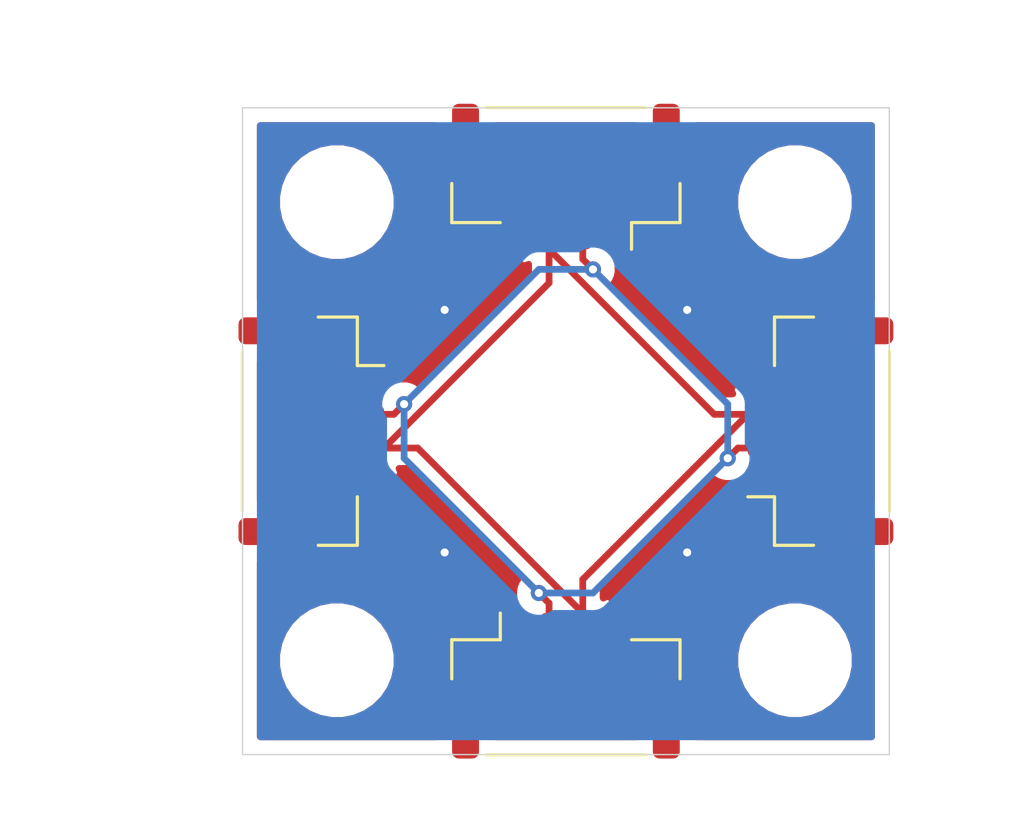
<source format=kicad_pcb>
(kicad_pcb (version 20171130) (host pcbnew "(5.1.9)-1")

  (general
    (thickness 1.6)
    (drawings 4)
    (tracks 39)
    (zones 0)
    (modules 9)
    (nets 5)
  )

  (page A4)
  (layers
    (0 F.Cu signal)
    (31 B.Cu signal)
    (32 B.Adhes user)
    (33 F.Adhes user)
    (34 B.Paste user)
    (35 F.Paste user)
    (36 B.SilkS user)
    (37 F.SilkS user)
    (38 B.Mask user)
    (39 F.Mask user)
    (40 Dwgs.User user)
    (41 Cmts.User user)
    (42 Eco1.User user)
    (43 Eco2.User user)
    (44 Edge.Cuts user)
    (45 Margin user)
    (46 B.CrtYd user)
    (47 F.CrtYd user)
    (48 B.Fab user)
    (49 F.Fab user)
  )

  (setup
    (last_trace_width 0.25)
    (trace_clearance 0.2)
    (zone_clearance 0.508)
    (zone_45_only no)
    (trace_min 0.2)
    (via_size 0.8)
    (via_drill 0.4)
    (via_min_size 0.4)
    (via_min_drill 0.3)
    (user_via 0.6 0.3)
    (uvia_size 0.3)
    (uvia_drill 0.1)
    (uvias_allowed no)
    (uvia_min_size 0.2)
    (uvia_min_drill 0.1)
    (edge_width 0.05)
    (segment_width 0.2)
    (pcb_text_width 0.3)
    (pcb_text_size 1.5 1.5)
    (mod_edge_width 0.12)
    (mod_text_size 1 1)
    (mod_text_width 0.15)
    (pad_size 1.524 1.524)
    (pad_drill 0.762)
    (pad_to_mask_clearance 0)
    (aux_axis_origin 0 0)
    (visible_elements FFFFFF7F)
    (pcbplotparams
      (layerselection 0x010fc_ffffffff)
      (usegerberextensions false)
      (usegerberattributes true)
      (usegerberadvancedattributes true)
      (creategerberjobfile true)
      (excludeedgelayer true)
      (linewidth 0.100000)
      (plotframeref false)
      (viasonmask false)
      (mode 1)
      (useauxorigin false)
      (hpglpennumber 1)
      (hpglpenspeed 20)
      (hpglpendiameter 15.000000)
      (psnegative false)
      (psa4output false)
      (plotreference true)
      (plotvalue true)
      (plotinvisibletext false)
      (padsonsilk false)
      (subtractmaskfromsilk false)
      (outputformat 1)
      (mirror false)
      (drillshape 1)
      (scaleselection 1)
      (outputdirectory ""))
  )

  (net 0 "")
  (net 1 GND)
  (net 2 SDA)
  (net 3 SCL)
  (net 4 +5V)

  (net_class Default "This is the default net class."
    (clearance 0.2)
    (trace_width 0.25)
    (via_dia 0.8)
    (via_drill 0.4)
    (uvia_dia 0.3)
    (uvia_drill 0.1)
    (add_net +5V)
    (add_net GND)
    (add_net SCL)
    (add_net SDA)
  )

  (module Connector_JST:JST_GH_SM04B-GHS-TB_1x04-1MP_P1.25mm_Horizontal (layer F.Cu) (tedit 5B78AD87) (tstamp 612691DD)
    (at 9.45 0 90)
    (descr "JST GH series connector, SM04B-GHS-TB (http://www.jst-mfg.com/product/pdf/eng/eGH.pdf), generated with kicad-footprint-generator")
    (tags "connector JST GH top entry")
    (path /612774DC)
    (attr smd)
    (fp_text reference J4 (at 0 -3.9 90) (layer F.SilkS) hide
      (effects (font (size 1 1) (thickness 0.15)))
    )
    (fp_text value Conn_01x04 (at 0 3.9 90) (layer F.Fab)
      (effects (font (size 1 1) (thickness 0.15)))
    )
    (fp_text user %R (at 0 0 90) (layer F.Fab)
      (effects (font (size 1 1) (thickness 0.15)))
    )
    (fp_line (start -4.125 -1.6) (end 4.125 -1.6) (layer F.Fab) (width 0.1))
    (fp_line (start -4.235 -0.26) (end -4.235 -1.71) (layer F.SilkS) (width 0.12))
    (fp_line (start -4.235 -1.71) (end -2.435 -1.71) (layer F.SilkS) (width 0.12))
    (fp_line (start -2.435 -1.71) (end -2.435 -2.7) (layer F.SilkS) (width 0.12))
    (fp_line (start 4.235 -0.26) (end 4.235 -1.71) (layer F.SilkS) (width 0.12))
    (fp_line (start 4.235 -1.71) (end 2.435 -1.71) (layer F.SilkS) (width 0.12))
    (fp_line (start -2.965 2.56) (end 2.965 2.56) (layer F.SilkS) (width 0.12))
    (fp_line (start -4.125 2.45) (end 4.125 2.45) (layer F.Fab) (width 0.1))
    (fp_line (start -4.125 -1.6) (end -4.125 2.45) (layer F.Fab) (width 0.1))
    (fp_line (start 4.125 -1.6) (end 4.125 2.45) (layer F.Fab) (width 0.1))
    (fp_line (start -4.72 -3.2) (end -4.72 3.2) (layer F.CrtYd) (width 0.05))
    (fp_line (start -4.72 3.2) (end 4.72 3.2) (layer F.CrtYd) (width 0.05))
    (fp_line (start 4.72 3.2) (end 4.72 -3.2) (layer F.CrtYd) (width 0.05))
    (fp_line (start 4.72 -3.2) (end -4.72 -3.2) (layer F.CrtYd) (width 0.05))
    (fp_line (start -2.375 -1.6) (end -1.875 -0.892893) (layer F.Fab) (width 0.1))
    (fp_line (start -1.875 -0.892893) (end -1.375 -1.6) (layer F.Fab) (width 0.1))
    (pad MP smd roundrect (at 3.725 1.35 90) (size 1 2.7) (layers F.Cu F.Paste F.Mask) (roundrect_rratio 0.25))
    (pad MP smd roundrect (at -3.725 1.35 90) (size 1 2.7) (layers F.Cu F.Paste F.Mask) (roundrect_rratio 0.25))
    (pad 4 smd roundrect (at 1.875 -1.85 90) (size 0.6 1.7) (layers F.Cu F.Paste F.Mask) (roundrect_rratio 0.25)
      (net 1 GND))
    (pad 3 smd roundrect (at 0.625 -1.85 90) (size 0.6 1.7) (layers F.Cu F.Paste F.Mask) (roundrect_rratio 0.25)
      (net 2 SDA))
    (pad 2 smd roundrect (at -0.625 -1.85 90) (size 0.6 1.7) (layers F.Cu F.Paste F.Mask) (roundrect_rratio 0.25)
      (net 3 SCL))
    (pad 1 smd roundrect (at -1.875 -1.85 90) (size 0.6 1.7) (layers F.Cu F.Paste F.Mask) (roundrect_rratio 0.25)
      (net 4 +5V))
    (model ${KISYS3DMOD}/Connector_JST.3dshapes/JST_GH_SM04B-GHS-TB_1x04-1MP_P1.25mm_Horizontal.wrl
      (at (xyz 0 0 0))
      (scale (xyz 1 1 1))
      (rotate (xyz 0 0 0))
    )
  )

  (module Connector_JST:JST_GH_SM04B-GHS-TB_1x04-1MP_P1.25mm_Horizontal (layer F.Cu) (tedit 5B78AD87) (tstamp 612691C2)
    (at 0 9.45)
    (descr "JST GH series connector, SM04B-GHS-TB (http://www.jst-mfg.com/product/pdf/eng/eGH.pdf), generated with kicad-footprint-generator")
    (tags "connector JST GH top entry")
    (path /6131BA8B)
    (attr smd)
    (fp_text reference J3 (at 0 -3.9) (layer F.SilkS) hide
      (effects (font (size 1 1) (thickness 0.15)))
    )
    (fp_text value Conn_01x04 (at 0 3.9) (layer F.Fab)
      (effects (font (size 1 1) (thickness 0.15)))
    )
    (fp_text user %R (at 0 0) (layer F.Fab)
      (effects (font (size 1 1) (thickness 0.15)))
    )
    (fp_line (start -4.125 -1.6) (end 4.125 -1.6) (layer F.Fab) (width 0.1))
    (fp_line (start -4.235 -0.26) (end -4.235 -1.71) (layer F.SilkS) (width 0.12))
    (fp_line (start -4.235 -1.71) (end -2.435 -1.71) (layer F.SilkS) (width 0.12))
    (fp_line (start -2.435 -1.71) (end -2.435 -2.7) (layer F.SilkS) (width 0.12))
    (fp_line (start 4.235 -0.26) (end 4.235 -1.71) (layer F.SilkS) (width 0.12))
    (fp_line (start 4.235 -1.71) (end 2.435 -1.71) (layer F.SilkS) (width 0.12))
    (fp_line (start -2.965 2.56) (end 2.965 2.56) (layer F.SilkS) (width 0.12))
    (fp_line (start -4.125 2.45) (end 4.125 2.45) (layer F.Fab) (width 0.1))
    (fp_line (start -4.125 -1.6) (end -4.125 2.45) (layer F.Fab) (width 0.1))
    (fp_line (start 4.125 -1.6) (end 4.125 2.45) (layer F.Fab) (width 0.1))
    (fp_line (start -4.72 -3.2) (end -4.72 3.2) (layer F.CrtYd) (width 0.05))
    (fp_line (start -4.72 3.2) (end 4.72 3.2) (layer F.CrtYd) (width 0.05))
    (fp_line (start 4.72 3.2) (end 4.72 -3.2) (layer F.CrtYd) (width 0.05))
    (fp_line (start 4.72 -3.2) (end -4.72 -3.2) (layer F.CrtYd) (width 0.05))
    (fp_line (start -2.375 -1.6) (end -1.875 -0.892893) (layer F.Fab) (width 0.1))
    (fp_line (start -1.875 -0.892893) (end -1.375 -1.6) (layer F.Fab) (width 0.1))
    (pad MP smd roundrect (at 3.725 1.35) (size 1 2.7) (layers F.Cu F.Paste F.Mask) (roundrect_rratio 0.25))
    (pad MP smd roundrect (at -3.725 1.35) (size 1 2.7) (layers F.Cu F.Paste F.Mask) (roundrect_rratio 0.25))
    (pad 4 smd roundrect (at 1.875 -1.85) (size 0.6 1.7) (layers F.Cu F.Paste F.Mask) (roundrect_rratio 0.25)
      (net 1 GND))
    (pad 3 smd roundrect (at 0.625 -1.85) (size 0.6 1.7) (layers F.Cu F.Paste F.Mask) (roundrect_rratio 0.25)
      (net 2 SDA))
    (pad 2 smd roundrect (at -0.625 -1.85) (size 0.6 1.7) (layers F.Cu F.Paste F.Mask) (roundrect_rratio 0.25)
      (net 3 SCL))
    (pad 1 smd roundrect (at -1.875 -1.85) (size 0.6 1.7) (layers F.Cu F.Paste F.Mask) (roundrect_rratio 0.25)
      (net 4 +5V))
    (model ${KISYS3DMOD}/Connector_JST.3dshapes/JST_GH_SM04B-GHS-TB_1x04-1MP_P1.25mm_Horizontal.wrl
      (at (xyz 0 0 0))
      (scale (xyz 1 1 1))
      (rotate (xyz 0 0 0))
    )
  )

  (module Connector_JST:JST_GH_SM04B-GHS-TB_1x04-1MP_P1.25mm_Horizontal (layer F.Cu) (tedit 5B78AD87) (tstamp 612691A7)
    (at -9.45 0 270)
    (descr "JST GH series connector, SM04B-GHS-TB (http://www.jst-mfg.com/product/pdf/eng/eGH.pdf), generated with kicad-footprint-generator")
    (tags "connector JST GH top entry")
    (path /61314CFD)
    (attr smd)
    (fp_text reference J2 (at 0 -3.9 90) (layer F.SilkS) hide
      (effects (font (size 1 1) (thickness 0.15)))
    )
    (fp_text value Conn_01x04 (at 0 3.9 90) (layer F.Fab)
      (effects (font (size 1 1) (thickness 0.15)))
    )
    (fp_text user %R (at 0 0 90) (layer F.Fab)
      (effects (font (size 1 1) (thickness 0.15)))
    )
    (fp_line (start -4.125 -1.6) (end 4.125 -1.6) (layer F.Fab) (width 0.1))
    (fp_line (start -4.235 -0.26) (end -4.235 -1.71) (layer F.SilkS) (width 0.12))
    (fp_line (start -4.235 -1.71) (end -2.435 -1.71) (layer F.SilkS) (width 0.12))
    (fp_line (start -2.435 -1.71) (end -2.435 -2.7) (layer F.SilkS) (width 0.12))
    (fp_line (start 4.235 -0.26) (end 4.235 -1.71) (layer F.SilkS) (width 0.12))
    (fp_line (start 4.235 -1.71) (end 2.435 -1.71) (layer F.SilkS) (width 0.12))
    (fp_line (start -2.965 2.56) (end 2.965 2.56) (layer F.SilkS) (width 0.12))
    (fp_line (start -4.125 2.45) (end 4.125 2.45) (layer F.Fab) (width 0.1))
    (fp_line (start -4.125 -1.6) (end -4.125 2.45) (layer F.Fab) (width 0.1))
    (fp_line (start 4.125 -1.6) (end 4.125 2.45) (layer F.Fab) (width 0.1))
    (fp_line (start -4.72 -3.2) (end -4.72 3.2) (layer F.CrtYd) (width 0.05))
    (fp_line (start -4.72 3.2) (end 4.72 3.2) (layer F.CrtYd) (width 0.05))
    (fp_line (start 4.72 3.2) (end 4.72 -3.2) (layer F.CrtYd) (width 0.05))
    (fp_line (start 4.72 -3.2) (end -4.72 -3.2) (layer F.CrtYd) (width 0.05))
    (fp_line (start -2.375 -1.6) (end -1.875 -0.892893) (layer F.Fab) (width 0.1))
    (fp_line (start -1.875 -0.892893) (end -1.375 -1.6) (layer F.Fab) (width 0.1))
    (pad MP smd roundrect (at 3.725 1.35 270) (size 1 2.7) (layers F.Cu F.Paste F.Mask) (roundrect_rratio 0.25))
    (pad MP smd roundrect (at -3.725 1.35 270) (size 1 2.7) (layers F.Cu F.Paste F.Mask) (roundrect_rratio 0.25))
    (pad 4 smd roundrect (at 1.875 -1.85 270) (size 0.6 1.7) (layers F.Cu F.Paste F.Mask) (roundrect_rratio 0.25)
      (net 1 GND))
    (pad 3 smd roundrect (at 0.625 -1.85 270) (size 0.6 1.7) (layers F.Cu F.Paste F.Mask) (roundrect_rratio 0.25)
      (net 2 SDA))
    (pad 2 smd roundrect (at -0.625 -1.85 270) (size 0.6 1.7) (layers F.Cu F.Paste F.Mask) (roundrect_rratio 0.25)
      (net 3 SCL))
    (pad 1 smd roundrect (at -1.875 -1.85 270) (size 0.6 1.7) (layers F.Cu F.Paste F.Mask) (roundrect_rratio 0.25)
      (net 4 +5V))
    (model ${KISYS3DMOD}/Connector_JST.3dshapes/JST_GH_SM04B-GHS-TB_1x04-1MP_P1.25mm_Horizontal.wrl
      (at (xyz 0 0 0))
      (scale (xyz 1 1 1))
      (rotate (xyz 0 0 0))
    )
  )

  (module Connector_JST:JST_GH_SM04B-GHS-TB_1x04-1MP_P1.25mm_Horizontal (layer F.Cu) (tedit 5B78AD87) (tstamp 6126918C)
    (at 0 -9.45 180)
    (descr "JST GH series connector, SM04B-GHS-TB (http://www.jst-mfg.com/product/pdf/eng/eGH.pdf), generated with kicad-footprint-generator")
    (tags "connector JST GH top entry")
    (path /612769D2)
    (attr smd)
    (fp_text reference J1 (at 0 -3.9) (layer F.SilkS) hide
      (effects (font (size 1 1) (thickness 0.15)))
    )
    (fp_text value Conn_01x04 (at 0 3.9) (layer F.Fab)
      (effects (font (size 1 1) (thickness 0.15)))
    )
    (fp_text user %R (at 0 0) (layer F.Fab)
      (effects (font (size 1 1) (thickness 0.15)))
    )
    (fp_line (start -4.125 -1.6) (end 4.125 -1.6) (layer F.Fab) (width 0.1))
    (fp_line (start -4.235 -0.26) (end -4.235 -1.71) (layer F.SilkS) (width 0.12))
    (fp_line (start -4.235 -1.71) (end -2.435 -1.71) (layer F.SilkS) (width 0.12))
    (fp_line (start -2.435 -1.71) (end -2.435 -2.7) (layer F.SilkS) (width 0.12))
    (fp_line (start 4.235 -0.26) (end 4.235 -1.71) (layer F.SilkS) (width 0.12))
    (fp_line (start 4.235 -1.71) (end 2.435 -1.71) (layer F.SilkS) (width 0.12))
    (fp_line (start -2.965 2.56) (end 2.965 2.56) (layer F.SilkS) (width 0.12))
    (fp_line (start -4.125 2.45) (end 4.125 2.45) (layer F.Fab) (width 0.1))
    (fp_line (start -4.125 -1.6) (end -4.125 2.45) (layer F.Fab) (width 0.1))
    (fp_line (start 4.125 -1.6) (end 4.125 2.45) (layer F.Fab) (width 0.1))
    (fp_line (start -4.72 -3.2) (end -4.72 3.2) (layer F.CrtYd) (width 0.05))
    (fp_line (start -4.72 3.2) (end 4.72 3.2) (layer F.CrtYd) (width 0.05))
    (fp_line (start 4.72 3.2) (end 4.72 -3.2) (layer F.CrtYd) (width 0.05))
    (fp_line (start 4.72 -3.2) (end -4.72 -3.2) (layer F.CrtYd) (width 0.05))
    (fp_line (start -2.375 -1.6) (end -1.875 -0.892893) (layer F.Fab) (width 0.1))
    (fp_line (start -1.875 -0.892893) (end -1.375 -1.6) (layer F.Fab) (width 0.1))
    (pad MP smd roundrect (at 3.725 1.35 180) (size 1 2.7) (layers F.Cu F.Paste F.Mask) (roundrect_rratio 0.25))
    (pad MP smd roundrect (at -3.725 1.35 180) (size 1 2.7) (layers F.Cu F.Paste F.Mask) (roundrect_rratio 0.25))
    (pad 4 smd roundrect (at 1.875 -1.85 180) (size 0.6 1.7) (layers F.Cu F.Paste F.Mask) (roundrect_rratio 0.25)
      (net 1 GND))
    (pad 3 smd roundrect (at 0.625 -1.85 180) (size 0.6 1.7) (layers F.Cu F.Paste F.Mask) (roundrect_rratio 0.25)
      (net 2 SDA))
    (pad 2 smd roundrect (at -0.625 -1.85 180) (size 0.6 1.7) (layers F.Cu F.Paste F.Mask) (roundrect_rratio 0.25)
      (net 3 SCL))
    (pad 1 smd roundrect (at -1.875 -1.85 180) (size 0.6 1.7) (layers F.Cu F.Paste F.Mask) (roundrect_rratio 0.25)
      (net 4 +5V))
    (model ${KISYS3DMOD}/Connector_JST.3dshapes/JST_GH_SM04B-GHS-TB_1x04-1MP_P1.25mm_Horizontal.wrl
      (at (xyz 0 0 0))
      (scale (xyz 1 1 1))
      (rotate (xyz 0 0 0))
    )
  )

  (module MountingHole:MountingHole_4.3mm_M4 (layer F.Cu) (tedit 56D1B4CB) (tstamp 61269171)
    (at 0 0)
    (descr "Mounting Hole 4.3mm, no annular, M4")
    (tags "mounting hole 4.3mm no annular m4")
    (path /6127B502)
    (attr virtual)
    (fp_text reference H5 (at 0 -5.3) (layer F.SilkS) hide
      (effects (font (size 1 1) (thickness 0.15)))
    )
    (fp_text value MountingHole (at 0 5.3) (layer F.Fab)
      (effects (font (size 1 1) (thickness 0.15)))
    )
    (fp_text user %R (at 0.3 0) (layer F.Fab)
      (effects (font (size 1 1) (thickness 0.15)))
    )
    (fp_circle (center 0 0) (end 4.3 0) (layer Cmts.User) (width 0.15))
    (fp_circle (center 0 0) (end 4.55 0) (layer F.CrtYd) (width 0.05))
    (pad 1 np_thru_hole circle (at 0 0) (size 4.3 4.3) (drill 4.3) (layers *.Cu *.Mask))
  )

  (module MountingHole:MountingHole_3.2mm_M3 (layer F.Cu) (tedit 56D1B4CB) (tstamp 61269169)
    (at 8.5 8.5)
    (descr "Mounting Hole 3.2mm, no annular, M3")
    (tags "mounting hole 3.2mm no annular m3")
    (path /6127AA84)
    (attr virtual)
    (fp_text reference H4 (at 0 -4.2) (layer F.SilkS) hide
      (effects (font (size 1 1) (thickness 0.15)))
    )
    (fp_text value MountingHole (at 0 4.2) (layer F.Fab)
      (effects (font (size 1 1) (thickness 0.15)))
    )
    (fp_text user %R (at 0.3 0) (layer F.Fab)
      (effects (font (size 1 1) (thickness 0.15)))
    )
    (fp_circle (center 0 0) (end 3.2 0) (layer Cmts.User) (width 0.15))
    (fp_circle (center 0 0) (end 3.45 0) (layer F.CrtYd) (width 0.05))
    (pad 1 np_thru_hole circle (at 0 0) (size 3.2 3.2) (drill 3.2) (layers *.Cu *.Mask))
  )

  (module MountingHole:MountingHole_3.2mm_M3 (layer F.Cu) (tedit 56D1B4CB) (tstamp 61269161)
    (at -8.5 8.5)
    (descr "Mounting Hole 3.2mm, no annular, M3")
    (tags "mounting hole 3.2mm no annular m3")
    (path /61279D30)
    (attr virtual)
    (fp_text reference H3 (at 0 -4.2) (layer F.SilkS) hide
      (effects (font (size 1 1) (thickness 0.15)))
    )
    (fp_text value MountingHole (at 0 4.2) (layer F.Fab)
      (effects (font (size 1 1) (thickness 0.15)))
    )
    (fp_text user %R (at 0.3 0) (layer F.Fab)
      (effects (font (size 1 1) (thickness 0.15)))
    )
    (fp_circle (center 0 0) (end 3.2 0) (layer Cmts.User) (width 0.15))
    (fp_circle (center 0 0) (end 3.45 0) (layer F.CrtYd) (width 0.05))
    (pad 1 np_thru_hole circle (at 0 0) (size 3.2 3.2) (drill 3.2) (layers *.Cu *.Mask))
  )

  (module MountingHole:MountingHole_3.2mm_M3 (layer F.Cu) (tedit 56D1B4CB) (tstamp 61269159)
    (at 8.5 -8.5)
    (descr "Mounting Hole 3.2mm, no annular, M3")
    (tags "mounting hole 3.2mm no annular m3")
    (path /6127A703)
    (attr virtual)
    (fp_text reference H2 (at 0 -4.2) (layer F.SilkS) hide
      (effects (font (size 1 1) (thickness 0.15)))
    )
    (fp_text value MountingHole (at 0 4.2) (layer F.Fab)
      (effects (font (size 1 1) (thickness 0.15)))
    )
    (fp_text user %R (at 0.3 0) (layer F.Fab)
      (effects (font (size 1 1) (thickness 0.15)))
    )
    (fp_circle (center 0 0) (end 3.2 0) (layer Cmts.User) (width 0.15))
    (fp_circle (center 0 0) (end 3.45 0) (layer F.CrtYd) (width 0.05))
    (pad 1 np_thru_hole circle (at 0 0) (size 3.2 3.2) (drill 3.2) (layers *.Cu *.Mask))
  )

  (module MountingHole:MountingHole_3.2mm_M3 (layer F.Cu) (tedit 56D1B4CB) (tstamp 61269151)
    (at -8.5 -8.5)
    (descr "Mounting Hole 3.2mm, no annular, M3")
    (tags "mounting hole 3.2mm no annular m3")
    (path /61278F6D)
    (attr virtual)
    (fp_text reference H1 (at 0 -4.2) (layer F.SilkS) hide
      (effects (font (size 1 1) (thickness 0.15)))
    )
    (fp_text value MountingHole (at 0 4.2) (layer F.Fab)
      (effects (font (size 1 1) (thickness 0.15)))
    )
    (fp_text user %R (at 0.3 0) (layer F.Fab)
      (effects (font (size 1 1) (thickness 0.15)))
    )
    (fp_circle (center 0 0) (end 3.2 0) (layer Cmts.User) (width 0.15))
    (fp_circle (center 0 0) (end 3.45 0) (layer F.CrtYd) (width 0.05))
    (pad 1 np_thru_hole circle (at 0 0) (size 3.2 3.2) (drill 3.2) (layers *.Cu *.Mask))
  )

  (gr_line (start 12 -12) (end -12 -12) (layer Edge.Cuts) (width 0.05) (tstamp 6126926B))
  (gr_line (start 12 12) (end 12 -12) (layer Edge.Cuts) (width 0.05))
  (gr_line (start -12 12) (end 12 12) (layer Edge.Cuts) (width 0.05))
  (gr_line (start -12 -12) (end -12 12) (layer Edge.Cuts) (width 0.05))

  (via (at -4.5 -4.5) (size 0.6) (drill 0.3) (layers F.Cu B.Cu) (net 1))
  (via (at 4.5 -4.5) (size 0.6) (drill 0.3) (layers F.Cu B.Cu) (net 1))
  (via (at -4.5 4.5) (size 0.6) (drill 0.3) (layers F.Cu B.Cu) (net 1))
  (via (at 4.5 4.5) (size 0.6) (drill 0.3) (layers F.Cu B.Cu) (net 1))
  (segment (start 0.625 7.328232) (end 0.625 7.6) (width 0.25) (layer F.Cu) (net 2))
  (segment (start -7.6 0.625) (end -6.078232 0.625) (width 0.25) (layer F.Cu) (net 2))
  (segment (start -6.75 0.625) (end -0.625 -5.5) (width 0.25) (layer F.Cu) (net 2))
  (segment (start -0.625 -5.5) (end -0.625 -7.6) (width 0.25) (layer F.Cu) (net 2))
  (segment (start -7.6 0.625) (end -6.75 0.625) (width 0.25) (layer F.Cu) (net 2))
  (segment (start 5.5 -0.625) (end 7.6 -0.625) (width 0.25) (layer F.Cu) (net 2))
  (segment (start -0.625 -6.75) (end 5.5 -0.625) (width 0.25) (layer F.Cu) (net 2))
  (segment (start -0.625 -7.6) (end -0.625 -6.75) (width 0.25) (layer F.Cu) (net 2))
  (segment (start 0.625 5.5) (end 0.625 7.6) (width 0.25) (layer F.Cu) (net 2))
  (segment (start 6.75 -0.625) (end 0.625 5.5) (width 0.25) (layer F.Cu) (net 2))
  (segment (start 7.6 -0.625) (end 6.75 -0.625) (width 0.25) (layer F.Cu) (net 2))
  (segment (start -5.5 0.625) (end -7.6 0.625) (width 0.25) (layer F.Cu) (net 2))
  (segment (start 0.625 6.75) (end -5.5 0.625) (width 0.25) (layer F.Cu) (net 2))
  (segment (start 0.625 7.6) (end 0.625 6.75) (width 0.25) (layer F.Cu) (net 2))
  (via (at -6.004442 -1.004442) (size 0.6) (drill 0.3) (layers F.Cu B.Cu) (net 3))
  (segment (start -6.383884 -0.625) (end -6.004442 -1.004442) (width 0.25) (layer F.Cu) (net 3))
  (segment (start -7.6 -0.625) (end -6.383884 -0.625) (width 0.25) (layer F.Cu) (net 3))
  (via (at 1.004442 -6.004442) (size 0.6) (drill 0.3) (layers F.Cu B.Cu) (net 3))
  (segment (start 0.625 -6.383884) (end 1.004442 -6.004442) (width 0.25) (layer F.Cu) (net 3))
  (segment (start 0.625 -7.6) (end 0.625 -6.383884) (width 0.25) (layer F.Cu) (net 3))
  (via (at 6.004442 1.004442) (size 0.6) (drill 0.3) (layers F.Cu B.Cu) (net 3))
  (segment (start 6.383884 0.625) (end 6.004442 1.004442) (width 0.25) (layer F.Cu) (net 3))
  (segment (start 7.6 0.625) (end 6.383884 0.625) (width 0.25) (layer F.Cu) (net 3))
  (segment (start -0.625 7.6) (end -0.625 6.962116) (width 0.25) (layer F.Cu) (net 3))
  (segment (start 6.004442 -1.004442) (end 1.004442 -6.004442) (width 0.25) (layer B.Cu) (net 3))
  (segment (start 6.004442 1.004442) (end 6.004442 -1.004442) (width 0.25) (layer B.Cu) (net 3))
  (segment (start -1.004442 -6.004442) (end -6.004442 -1.004442) (width 0.25) (layer B.Cu) (net 3))
  (segment (start 1.004442 -6.004442) (end -1.004442 -6.004442) (width 0.25) (layer B.Cu) (net 3))
  (via (at -1.004442 6.004442) (size 0.6) (drill 0.3) (layers F.Cu B.Cu) (net 3))
  (segment (start -0.625 6.383884) (end -1.004442 6.004442) (width 0.25) (layer F.Cu) (net 3))
  (segment (start -0.625 7.6) (end -0.625 6.383884) (width 0.25) (layer F.Cu) (net 3))
  (segment (start -6.004442 1.004442) (end -6.004442 -1.004442) (width 0.25) (layer B.Cu) (net 3))
  (segment (start -1.004442 6.004442) (end -6.004442 1.004442) (width 0.25) (layer B.Cu) (net 3))
  (segment (start 1.004442 6.004442) (end 6.004442 1.004442) (width 0.25) (layer B.Cu) (net 3))
  (segment (start -1.004442 6.004442) (end 1.004442 6.004442) (width 0.25) (layer B.Cu) (net 3))

  (zone (net 1) (net_name GND) (layer F.Cu) (tstamp 0) (hatch edge 0.508)
    (connect_pads (clearance 0.508))
    (min_thickness 0.254)
    (fill yes (arc_segments 32) (thermal_gap 0.508) (thermal_bridge_width 0.508))
    (polygon
      (pts
        (xy 8 8) (xy -8 8) (xy -8 -8) (xy 8 -8)
      )
    )
    (filled_polygon
      (pts
        (xy 5.561553 1.833028) (xy 5.731713 1.90351) (xy 5.912353 1.939442) (xy 6.096531 1.939442) (xy 6.111928 1.936379)
        (xy 6.111928 2.025) (xy 6.127071 2.178745) (xy 6.171916 2.326582) (xy 6.244742 2.462829) (xy 6.342749 2.582251)
        (xy 6.462171 2.680258) (xy 6.598418 2.753084) (xy 6.746255 2.797929) (xy 6.9 2.813072) (xy 7.873 2.813072)
        (xy 7.873 6.345932) (xy 7.848075 6.35089) (xy 7.441331 6.519369) (xy 7.075271 6.763962) (xy 6.763962 7.075271)
        (xy 6.519369 7.441331) (xy 6.35089 7.848075) (xy 6.345932 7.873) (xy 2.79725 7.873) (xy 2.65125 7.727)
        (xy 2.002 7.727) (xy 2.002 7.747) (xy 1.748 7.747) (xy 1.748 7.727) (xy 1.728 7.727)
        (xy 1.728 7.473) (xy 1.748 7.473) (xy 1.748 6.27375) (xy 2.002 6.27375) (xy 2.002 7.473)
        (xy 2.65125 7.473) (xy 2.81 7.31425) (xy 2.813072 6.75) (xy 2.800812 6.625518) (xy 2.764502 6.50582)
        (xy 2.705537 6.395506) (xy 2.626185 6.298815) (xy 2.529494 6.219463) (xy 2.41918 6.160498) (xy 2.299482 6.124188)
        (xy 2.175 6.111928) (xy 2.16075 6.115) (xy 2.002 6.27375) (xy 1.748 6.27375) (xy 1.58925 6.115)
        (xy 1.575 6.111928) (xy 1.450518 6.124188) (xy 1.385 6.144063) (xy 1.385 5.814801) (xy 5.444791 1.75501)
      )
    )
    (filled_polygon
      (pts
        (xy -1.75501 5.444791) (xy -1.833028 5.561553) (xy -1.90351 5.731713) (xy -1.939442 5.912353) (xy -1.939442 6.096531)
        (xy -1.936379 6.111928) (xy -2.025 6.111928) (xy -2.178745 6.127071) (xy -2.326582 6.171916) (xy -2.462829 6.244742)
        (xy -2.582251 6.342749) (xy -2.680258 6.462171) (xy -2.753084 6.598418) (xy -2.797929 6.746255) (xy -2.813072 6.9)
        (xy -2.813072 7.873) (xy -6.345932 7.873) (xy -6.35089 7.848075) (xy -6.519369 7.441331) (xy -6.763962 7.075271)
        (xy -7.075271 6.763962) (xy -7.441331 6.519369) (xy -7.848075 6.35089) (xy -7.873 6.345932) (xy -7.873 2.79725)
        (xy -7.727 2.65125) (xy -7.727 2.002) (xy -7.473 2.002) (xy -7.473 2.65125) (xy -7.31425 2.81)
        (xy -6.75 2.813072) (xy -6.625518 2.800812) (xy -6.50582 2.764502) (xy -6.395506 2.705537) (xy -6.298815 2.626185)
        (xy -6.219463 2.529494) (xy -6.160498 2.41918) (xy -6.124188 2.299482) (xy -6.111928 2.175) (xy -6.115 2.16075)
        (xy -6.27375 2.002) (xy -7.473 2.002) (xy -7.727 2.002) (xy -7.747 2.002) (xy -7.747 1.748)
        (xy -7.727 1.748) (xy -7.727 1.728) (xy -7.473 1.728) (xy -7.473 1.748) (xy -6.27375 1.748)
        (xy -6.115 1.58925) (xy -6.111928 1.575) (xy -6.124188 1.450518) (xy -6.144063 1.385) (xy -5.814801 1.385)
      )
    )
    (filled_polygon
      (pts
        (xy 6.35089 -7.848075) (xy 6.519369 -7.441331) (xy 6.763962 -7.075271) (xy 7.075271 -6.763962) (xy 7.441331 -6.519369)
        (xy 7.848075 -6.35089) (xy 7.873 -6.345932) (xy 7.873 -2.79725) (xy 7.727 -2.65125) (xy 7.727 -2.002)
        (xy 7.747 -2.002) (xy 7.747 -1.748) (xy 7.727 -1.748) (xy 7.727 -1.728) (xy 7.473 -1.728)
        (xy 7.473 -1.748) (xy 6.27375 -1.748) (xy 6.115 -1.58925) (xy 6.111928 -1.575) (xy 6.124188 -1.450518)
        (xy 6.144063 -1.385) (xy 5.814802 -1.385) (xy 5.024802 -2.175) (xy 6.111928 -2.175) (xy 6.115 -2.16075)
        (xy 6.27375 -2.002) (xy 7.473 -2.002) (xy 7.473 -2.65125) (xy 7.31425 -2.81) (xy 6.75 -2.813072)
        (xy 6.625518 -2.800812) (xy 6.50582 -2.764502) (xy 6.395506 -2.705537) (xy 6.298815 -2.626185) (xy 6.219463 -2.529494)
        (xy 6.160498 -2.41918) (xy 6.124188 -2.299482) (xy 6.111928 -2.175) (xy 5.024802 -2.175) (xy 1.75501 -5.444791)
        (xy 1.833028 -5.561553) (xy 1.90351 -5.731713) (xy 1.939442 -5.912353) (xy 1.939442 -6.096531) (xy 1.936379 -6.111928)
        (xy 2.025 -6.111928) (xy 2.178745 -6.127071) (xy 2.326582 -6.171916) (xy 2.462829 -6.244742) (xy 2.582251 -6.342749)
        (xy 2.680258 -6.462171) (xy 2.753084 -6.598418) (xy 2.797929 -6.746255) (xy 2.813072 -6.9) (xy 2.813072 -7.873)
        (xy 6.345932 -7.873)
      )
    )
    (filled_polygon
      (pts
        (xy -2.65125 -7.727) (xy -2.002 -7.727) (xy -2.002 -7.747) (xy -1.748 -7.747) (xy -1.748 -7.727)
        (xy -1.728 -7.727) (xy -1.728 -7.473) (xy -1.748 -7.473) (xy -1.748 -6.27375) (xy -1.58925 -6.115)
        (xy -1.575 -6.111928) (xy -1.450518 -6.124188) (xy -1.385 -6.144063) (xy -1.385 -5.814802) (xy -5.444791 -1.75501)
        (xy -5.561553 -1.833028) (xy -5.731713 -1.90351) (xy -5.912353 -1.939442) (xy -6.096531 -1.939442) (xy -6.111928 -1.936379)
        (xy -6.111928 -2.025) (xy -6.127071 -2.178745) (xy -6.171916 -2.326582) (xy -6.244742 -2.462829) (xy -6.342749 -2.582251)
        (xy -6.462171 -2.680258) (xy -6.598418 -2.753084) (xy -6.746255 -2.797929) (xy -6.9 -2.813072) (xy -7.873 -2.813072)
        (xy -7.873 -6.345932) (xy -7.848075 -6.35089) (xy -7.441331 -6.519369) (xy -7.096167 -6.75) (xy -2.813072 -6.75)
        (xy -2.800812 -6.625518) (xy -2.764502 -6.50582) (xy -2.705537 -6.395506) (xy -2.626185 -6.298815) (xy -2.529494 -6.219463)
        (xy -2.41918 -6.160498) (xy -2.299482 -6.124188) (xy -2.175 -6.111928) (xy -2.16075 -6.115) (xy -2.002 -6.27375)
        (xy -2.002 -7.473) (xy -2.65125 -7.473) (xy -2.81 -7.31425) (xy -2.813072 -6.75) (xy -7.096167 -6.75)
        (xy -7.075271 -6.763962) (xy -6.763962 -7.075271) (xy -6.519369 -7.441331) (xy -6.35089 -7.848075) (xy -6.345932 -7.873)
        (xy -2.79725 -7.873)
      )
    )
  )
  (zone (net 1) (net_name GND) (layer B.Cu) (tstamp 61269B32) (hatch edge 0.508)
    (connect_pads (clearance 0.508))
    (min_thickness 0.254)
    (fill yes (arc_segments 32) (thermal_gap 0.508) (thermal_bridge_width 0.508))
    (polygon
      (pts
        (xy 14 12) (xy -14 12) (xy -14 -16) (xy 14 -16)
      )
    )
    (filled_polygon
      (pts
        (xy 11.34 11.34) (xy -11.34 11.34) (xy -11.34 8.279872) (xy -10.735 8.279872) (xy -10.735 8.720128)
        (xy -10.64911 9.151925) (xy -10.480631 9.558669) (xy -10.236038 9.924729) (xy -9.924729 10.236038) (xy -9.558669 10.480631)
        (xy -9.151925 10.64911) (xy -8.720128 10.735) (xy -8.279872 10.735) (xy -7.848075 10.64911) (xy -7.441331 10.480631)
        (xy -7.075271 10.236038) (xy -6.763962 9.924729) (xy -6.519369 9.558669) (xy -6.35089 9.151925) (xy -6.265 8.720128)
        (xy -6.265 8.279872) (xy 6.265 8.279872) (xy 6.265 8.720128) (xy 6.35089 9.151925) (xy 6.519369 9.558669)
        (xy 6.763962 9.924729) (xy 7.075271 10.236038) (xy 7.441331 10.480631) (xy 7.848075 10.64911) (xy 8.279872 10.735)
        (xy 8.720128 10.735) (xy 9.151925 10.64911) (xy 9.558669 10.480631) (xy 9.924729 10.236038) (xy 10.236038 9.924729)
        (xy 10.480631 9.558669) (xy 10.64911 9.151925) (xy 10.735 8.720128) (xy 10.735 8.279872) (xy 10.64911 7.848075)
        (xy 10.480631 7.441331) (xy 10.236038 7.075271) (xy 9.924729 6.763962) (xy 9.558669 6.519369) (xy 9.151925 6.35089)
        (xy 8.720128 6.265) (xy 8.279872 6.265) (xy 7.848075 6.35089) (xy 7.441331 6.519369) (xy 7.075271 6.763962)
        (xy 6.763962 7.075271) (xy 6.519369 7.441331) (xy 6.35089 7.848075) (xy 6.265 8.279872) (xy -6.265 8.279872)
        (xy -6.35089 7.848075) (xy -6.519369 7.441331) (xy -6.763962 7.075271) (xy -7.075271 6.763962) (xy -7.441331 6.519369)
        (xy -7.848075 6.35089) (xy -8.279872 6.265) (xy -8.720128 6.265) (xy -9.151925 6.35089) (xy -9.558669 6.519369)
        (xy -9.924729 6.763962) (xy -10.236038 7.075271) (xy -10.480631 7.441331) (xy -10.64911 7.848075) (xy -10.735 8.279872)
        (xy -11.34 8.279872) (xy -11.34 -1.096531) (xy -6.939442 -1.096531) (xy -6.939442 -0.912353) (xy -6.90351 -0.731713)
        (xy -6.833028 -0.561553) (xy -6.764441 -0.458906) (xy -6.764442 0.967119) (xy -6.768118 1.004442) (xy -6.764442 1.041764)
        (xy -6.764442 1.041774) (xy -6.753445 1.153427) (xy -6.715908 1.277171) (xy -6.709988 1.296688) (xy -6.639416 1.428718)
        (xy -6.599571 1.477268) (xy -6.544443 1.544443) (xy -6.515439 1.568246) (xy -1.927595 6.156091) (xy -1.90351 6.277171)
        (xy -1.833028 6.447331) (xy -1.730704 6.60047) (xy -1.60047 6.730704) (xy -1.447331 6.833028) (xy -1.277171 6.90351)
        (xy -1.096531 6.939442) (xy -0.912353 6.939442) (xy -0.731713 6.90351) (xy -0.561553 6.833028) (xy -0.458907 6.764442)
        (xy 0.96712 6.764442) (xy 1.004442 6.768118) (xy 1.041764 6.764442) (xy 1.041775 6.764442) (xy 1.153428 6.753445)
        (xy 1.296689 6.709988) (xy 1.428718 6.639416) (xy 1.544443 6.544443) (xy 1.568246 6.515439) (xy 6.156091 1.927595)
        (xy 6.277171 1.90351) (xy 6.447331 1.833028) (xy 6.60047 1.730704) (xy 6.730704 1.60047) (xy 6.833028 1.447331)
        (xy 6.90351 1.277171) (xy 6.939442 1.096531) (xy 6.939442 0.912353) (xy 6.90351 0.731713) (xy 6.833028 0.561553)
        (xy 6.764442 0.458907) (xy 6.764442 -0.967119) (xy 6.768118 -1.004442) (xy 6.764442 -1.041765) (xy 6.764442 -1.041775)
        (xy 6.753445 -1.153428) (xy 6.709988 -1.296689) (xy 6.639416 -1.428718) (xy 6.544443 -1.544443) (xy 6.515445 -1.568241)
        (xy 1.927595 -6.15609) (xy 1.90351 -6.277171) (xy 1.833028 -6.447331) (xy 1.730704 -6.60047) (xy 1.60047 -6.730704)
        (xy 1.447331 -6.833028) (xy 1.277171 -6.90351) (xy 1.096531 -6.939442) (xy 0.912353 -6.939442) (xy 0.731713 -6.90351)
        (xy 0.561553 -6.833028) (xy 0.458907 -6.764442) (xy -0.967119 -6.764442) (xy -1.004442 -6.768118) (xy -1.041765 -6.764442)
        (xy -1.041775 -6.764442) (xy -1.153428 -6.753445) (xy -1.296689 -6.709988) (xy -1.428718 -6.639416) (xy -1.544443 -6.544443)
        (xy -1.568241 -6.515445) (xy -6.15609 -1.927595) (xy -6.277171 -1.90351) (xy -6.447331 -1.833028) (xy -6.60047 -1.730704)
        (xy -6.730704 -1.60047) (xy -6.833028 -1.447331) (xy -6.90351 -1.277171) (xy -6.939442 -1.096531) (xy -11.34 -1.096531)
        (xy -11.34 -8.720128) (xy -10.735 -8.720128) (xy -10.735 -8.279872) (xy -10.64911 -7.848075) (xy -10.480631 -7.441331)
        (xy -10.236038 -7.075271) (xy -9.924729 -6.763962) (xy -9.558669 -6.519369) (xy -9.151925 -6.35089) (xy -8.720128 -6.265)
        (xy -8.279872 -6.265) (xy -7.848075 -6.35089) (xy -7.441331 -6.519369) (xy -7.075271 -6.763962) (xy -6.763962 -7.075271)
        (xy -6.519369 -7.441331) (xy -6.35089 -7.848075) (xy -6.265 -8.279872) (xy -6.265 -8.720128) (xy 6.265 -8.720128)
        (xy 6.265 -8.279872) (xy 6.35089 -7.848075) (xy 6.519369 -7.441331) (xy 6.763962 -7.075271) (xy 7.075271 -6.763962)
        (xy 7.441331 -6.519369) (xy 7.848075 -6.35089) (xy 8.279872 -6.265) (xy 8.720128 -6.265) (xy 9.151925 -6.35089)
        (xy 9.558669 -6.519369) (xy 9.924729 -6.763962) (xy 10.236038 -7.075271) (xy 10.480631 -7.441331) (xy 10.64911 -7.848075)
        (xy 10.735 -8.279872) (xy 10.735 -8.720128) (xy 10.64911 -9.151925) (xy 10.480631 -9.558669) (xy 10.236038 -9.924729)
        (xy 9.924729 -10.236038) (xy 9.558669 -10.480631) (xy 9.151925 -10.64911) (xy 8.720128 -10.735) (xy 8.279872 -10.735)
        (xy 7.848075 -10.64911) (xy 7.441331 -10.480631) (xy 7.075271 -10.236038) (xy 6.763962 -9.924729) (xy 6.519369 -9.558669)
        (xy 6.35089 -9.151925) (xy 6.265 -8.720128) (xy -6.265 -8.720128) (xy -6.35089 -9.151925) (xy -6.519369 -9.558669)
        (xy -6.763962 -9.924729) (xy -7.075271 -10.236038) (xy -7.441331 -10.480631) (xy -7.848075 -10.64911) (xy -8.279872 -10.735)
        (xy -8.720128 -10.735) (xy -9.151925 -10.64911) (xy -9.558669 -10.480631) (xy -9.924729 -10.236038) (xy -10.236038 -9.924729)
        (xy -10.480631 -9.558669) (xy -10.64911 -9.151925) (xy -10.735 -8.720128) (xy -11.34 -8.720128) (xy -11.34 -11.34)
        (xy 11.340001 -11.34)
      )
    )
  )
  (zone (net 4) (net_name +5V) (layer F.Cu) (tstamp 0) (hatch edge 0.508)
    (connect_pads (clearance 0.508))
    (min_thickness 0.254)
    (fill yes (arc_segments 32) (thermal_gap 0.508) (thermal_bridge_width 0.508))
    (polygon
      (pts
        (xy 17 12) (xy -21 12) (xy -21 -12) (xy 17 -12)
      )
    )
    (filled_polygon
      (pts
        (xy -4.863072 -9.7) (xy -4.846008 -9.526746) (xy -4.795472 -9.36015) (xy -4.713405 -9.206614) (xy -4.602962 -9.072038)
        (xy -4.468386 -8.961595) (xy -4.31485 -8.879528) (xy -4.148254 -8.828992) (xy -3.975 -8.811928) (xy -3.475 -8.811928)
        (xy -3.301746 -8.828992) (xy -3.13515 -8.879528) (xy -2.981614 -8.961595) (xy -2.847038 -9.072038) (xy -2.736595 -9.206614)
        (xy -2.654528 -9.36015) (xy -2.603992 -9.526746) (xy -2.586928 -9.7) (xy -2.586928 -11.34) (xy 2.586928 -11.34)
        (xy 2.586928 -9.7) (xy 2.603992 -9.526746) (xy 2.654528 -9.36015) (xy 2.736595 -9.206614) (xy 2.847038 -9.072038)
        (xy 2.981614 -8.961595) (xy 3.13515 -8.879528) (xy 3.301746 -8.828992) (xy 3.475 -8.811928) (xy 3.975 -8.811928)
        (xy 4.148254 -8.828992) (xy 4.31485 -8.879528) (xy 4.468386 -8.961595) (xy 4.602962 -9.072038) (xy 4.713405 -9.206614)
        (xy 4.795472 -9.36015) (xy 4.846008 -9.526746) (xy 4.863072 -9.7) (xy 4.863072 -11.34) (xy 11.340001 -11.34)
        (xy 11.340001 -4.863072) (xy 9.7 -4.863072) (xy 9.526746 -4.846008) (xy 9.36015 -4.795472) (xy 9.206614 -4.713405)
        (xy 9.072038 -4.602962) (xy 8.961595 -4.468386) (xy 8.879528 -4.31485) (xy 8.828992 -4.148254) (xy 8.811928 -3.975)
        (xy 8.811928 -3.475) (xy 8.828992 -3.301746) (xy 8.879528 -3.13515) (xy 8.961595 -2.981614) (xy 9.072038 -2.847038)
        (xy 9.206614 -2.736595) (xy 9.36015 -2.654528) (xy 9.526746 -2.603992) (xy 9.7 -2.586928) (xy 11.340001 -2.586928)
        (xy 11.34 2.586928) (xy 9.7 2.586928) (xy 9.526746 2.603992) (xy 9.36015 2.654528) (xy 9.206614 2.736595)
        (xy 9.072038 2.847038) (xy 8.961595 2.981614) (xy 8.879528 3.13515) (xy 8.828992 3.301746) (xy 8.811928 3.475)
        (xy 8.811928 3.975) (xy 8.828992 4.148254) (xy 8.879528 4.31485) (xy 8.961595 4.468386) (xy 9.072038 4.602962)
        (xy 9.206614 4.713405) (xy 9.36015 4.795472) (xy 9.526746 4.846008) (xy 9.7 4.863072) (xy 11.34 4.863072)
        (xy 11.34 11.34) (xy 4.863072 11.34) (xy 4.863072 9.7) (xy 4.846008 9.526746) (xy 4.795472 9.36015)
        (xy 4.713405 9.206614) (xy 4.602962 9.072038) (xy 4.468386 8.961595) (xy 4.31485 8.879528) (xy 4.148254 8.828992)
        (xy 3.975 8.811928) (xy 3.475 8.811928) (xy 3.301746 8.828992) (xy 3.13515 8.879528) (xy 2.981614 8.961595)
        (xy 2.847038 9.072038) (xy 2.736595 9.206614) (xy 2.654528 9.36015) (xy 2.603992 9.526746) (xy 2.586928 9.7)
        (xy 2.586928 11.34) (xy -2.586928 11.34) (xy -2.586928 9.7) (xy -2.603992 9.526746) (xy -2.654528 9.36015)
        (xy -2.736595 9.206614) (xy -2.847038 9.072038) (xy -2.981614 8.961595) (xy -3.13515 8.879528) (xy -3.301746 8.828992)
        (xy -3.475 8.811928) (xy -3.975 8.811928) (xy -4.148254 8.828992) (xy -4.31485 8.879528) (xy -4.468386 8.961595)
        (xy -4.602962 9.072038) (xy -4.713405 9.206614) (xy -4.795472 9.36015) (xy -4.846008 9.526746) (xy -4.863072 9.7)
        (xy -4.863072 11.34) (xy -11.34 11.34) (xy -11.34 8.279872) (xy -10.735 8.279872) (xy -10.735 8.720128)
        (xy -10.64911 9.151925) (xy -10.480631 9.558669) (xy -10.236038 9.924729) (xy -9.924729 10.236038) (xy -9.558669 10.480631)
        (xy -9.151925 10.64911) (xy -8.720128 10.735) (xy -8.279872 10.735) (xy -7.848075 10.64911) (xy -7.441331 10.480631)
        (xy -7.075271 10.236038) (xy -6.763962 9.924729) (xy -6.519369 9.558669) (xy -6.35089 9.151925) (xy -6.265 8.720128)
        (xy -6.265 8.45) (xy -2.813072 8.45) (xy -2.800812 8.574482) (xy -2.764502 8.69418) (xy -2.705537 8.804494)
        (xy -2.626185 8.901185) (xy -2.529494 8.980537) (xy -2.41918 9.039502) (xy -2.299482 9.075812) (xy -2.175 9.088072)
        (xy -2.16075 9.085) (xy -2.002 8.92625) (xy -2.002 7.727) (xy -2.65125 7.727) (xy -2.81 7.88575)
        (xy -2.813072 8.45) (xy -6.265 8.45) (xy -6.265 8.279872) (xy -6.35089 7.848075) (xy -6.519369 7.441331)
        (xy -6.763962 7.075271) (xy -7.075271 6.763962) (xy -7.441331 6.519369) (xy -7.848075 6.35089) (xy -8.279872 6.265)
        (xy -8.720128 6.265) (xy -9.151925 6.35089) (xy -9.558669 6.519369) (xy -9.924729 6.763962) (xy -10.236038 7.075271)
        (xy -10.480631 7.441331) (xy -10.64911 7.848075) (xy -10.735 8.279872) (xy -11.34 8.279872) (xy -11.34 4.863072)
        (xy -9.7 4.863072) (xy -9.526746 4.846008) (xy -9.36015 4.795472) (xy -9.206614 4.713405) (xy -9.072038 4.602962)
        (xy -8.961595 4.468386) (xy -8.929271 4.407911) (xy -5.435 4.407911) (xy -5.435 4.592089) (xy -5.399068 4.772729)
        (xy -5.328586 4.942889) (xy -5.226262 5.096028) (xy -5.096028 5.226262) (xy -4.942889 5.328586) (xy -4.772729 5.399068)
        (xy -4.592089 5.435) (xy -4.407911 5.435) (xy -4.227271 5.399068) (xy -4.057111 5.328586) (xy -3.903972 5.226262)
        (xy -3.773738 5.096028) (xy -3.671414 4.942889) (xy -3.600932 4.772729) (xy -3.565 4.592089) (xy -3.565 4.407911)
        (xy -3.600932 4.227271) (xy -3.671414 4.057111) (xy -3.773738 3.903972) (xy -3.903972 3.773738) (xy -4.057111 3.671414)
        (xy -4.227271 3.600932) (xy -4.407911 3.565) (xy -4.592089 3.565) (xy -4.772729 3.600932) (xy -4.942889 3.671414)
        (xy -5.096028 3.773738) (xy -5.226262 3.903972) (xy -5.328586 4.057111) (xy -5.399068 4.227271) (xy -5.435 4.407911)
        (xy -8.929271 4.407911) (xy -8.879528 4.31485) (xy -8.828992 4.148254) (xy -8.811928 3.975) (xy -8.811928 3.475)
        (xy -8.828992 3.301746) (xy -8.879528 3.13515) (xy -8.961595 2.981614) (xy -9.072038 2.847038) (xy -9.206614 2.736595)
        (xy -9.36015 2.654528) (xy -9.526746 2.603992) (xy -9.7 2.586928) (xy -11.34 2.586928) (xy -11.34 -1.575)
        (xy -9.088072 -1.575) (xy -9.075812 -1.450518) (xy -9.039502 -1.33082) (xy -8.980537 -1.220506) (xy -8.962744 -1.198825)
        (xy -9.028084 -1.076582) (xy -9.072929 -0.928745) (xy -9.088072 -0.775) (xy -9.088072 -0.475) (xy -9.072929 -0.321255)
        (xy -9.028084 -0.173418) (xy -8.955258 -0.037171) (xy -8.924753 0) (xy -8.955258 0.037171) (xy -9.028084 0.173418)
        (xy -9.072929 0.321255) (xy -9.088072 0.475) (xy -9.088072 0.775) (xy -9.072929 0.928745) (xy -9.028084 1.076582)
        (xy -8.955258 1.212829) (xy -8.924753 1.25) (xy -8.955258 1.287171) (xy -9.028084 1.423418) (xy -9.072929 1.571255)
        (xy -9.088072 1.725) (xy -9.088072 2.025) (xy -9.072929 2.178745) (xy -9.028084 2.326582) (xy -8.955258 2.462829)
        (xy -8.857251 2.582251) (xy -8.737829 2.680258) (xy -8.601582 2.753084) (xy -8.453745 2.797929) (xy -8.3 2.813072)
        (xy -6.9 2.813072) (xy -6.746255 2.797929) (xy -6.598418 2.753084) (xy -6.462171 2.680258) (xy -6.342749 2.582251)
        (xy -6.244742 2.462829) (xy -6.171916 2.326582) (xy -6.127071 2.178745) (xy -6.111928 2.025) (xy -6.111928 1.725)
        (xy -6.127071 1.571255) (xy -6.171916 1.423418) (xy -6.192451 1.385) (xy -5.814801 1.385) (xy -1.75501 5.444791)
        (xy -1.833028 5.561553) (xy -1.90351 5.731713) (xy -1.939442 5.912353) (xy -1.939442 6.096531) (xy -1.935768 6.115)
        (xy -2.002002 6.115) (xy -2.002002 6.273748) (xy -2.16075 6.115) (xy -2.175 6.111928) (xy -2.299482 6.124188)
        (xy -2.41918 6.160498) (xy -2.529494 6.219463) (xy -2.626185 6.298815) (xy -2.705537 6.395506) (xy -2.764502 6.50582)
        (xy -2.800812 6.625518) (xy -2.813072 6.75) (xy -2.81 7.31425) (xy -2.65125 7.473) (xy -2.002 7.473)
        (xy -2.002 7.453) (xy -1.748 7.453) (xy -1.748 7.473) (xy -1.728 7.473) (xy -1.728 7.727)
        (xy -1.748 7.727) (xy -1.748 8.92625) (xy -1.58925 9.085) (xy -1.575 9.088072) (xy -1.450518 9.075812)
        (xy -1.33082 9.039502) (xy -1.220506 8.980537) (xy -1.198825 8.962744) (xy -1.076582 9.028084) (xy -0.928745 9.072929)
        (xy -0.775 9.088072) (xy -0.475 9.088072) (xy -0.321255 9.072929) (xy -0.173418 9.028084) (xy -0.037171 8.955258)
        (xy 0 8.924753) (xy 0.037171 8.955258) (xy 0.173418 9.028084) (xy 0.321255 9.072929) (xy 0.475 9.088072)
        (xy 0.775 9.088072) (xy 0.928745 9.072929) (xy 1.076582 9.028084) (xy 1.212829 8.955258) (xy 1.25 8.924753)
        (xy 1.287171 8.955258) (xy 1.423418 9.028084) (xy 1.571255 9.072929) (xy 1.725 9.088072) (xy 2.025 9.088072)
        (xy 2.178745 9.072929) (xy 2.326582 9.028084) (xy 2.462829 8.955258) (xy 2.582251 8.857251) (xy 2.680258 8.737829)
        (xy 2.753084 8.601582) (xy 2.797929 8.453745) (xy 2.813072 8.3) (xy 2.813072 8.279872) (xy 6.265 8.279872)
        (xy 6.265 8.720128) (xy 6.35089 9.151925) (xy 6.519369 9.558669) (xy 6.763962 9.924729) (xy 7.075271 10.236038)
        (xy 7.441331 10.480631) (xy 7.848075 10.64911) (xy 8.279872 10.735) (xy 8.720128 10.735) (xy 9.151925 10.64911)
        (xy 9.558669 10.480631) (xy 9.924729 10.236038) (xy 10.236038 9.924729) (xy 10.480631 9.558669) (xy 10.64911 9.151925)
        (xy 10.735 8.720128) (xy 10.735 8.279872) (xy 10.64911 7.848075) (xy 10.480631 7.441331) (xy 10.236038 7.075271)
        (xy 9.924729 6.763962) (xy 9.558669 6.519369) (xy 9.151925 6.35089) (xy 8.720128 6.265) (xy 8.279872 6.265)
        (xy 7.848075 6.35089) (xy 7.441331 6.519369) (xy 7.075271 6.763962) (xy 6.763962 7.075271) (xy 6.519369 7.441331)
        (xy 6.35089 7.848075) (xy 6.265 8.279872) (xy 2.813072 8.279872) (xy 2.813072 6.9) (xy 2.797929 6.746255)
        (xy 2.753084 6.598418) (xy 2.680258 6.462171) (xy 2.582251 6.342749) (xy 2.462829 6.244742) (xy 2.326582 6.171916)
        (xy 2.178745 6.127071) (xy 2.025 6.111928) (xy 1.725 6.111928) (xy 1.571255 6.127071) (xy 1.423418 6.171916)
        (xy 1.385 6.192451) (xy 1.385 5.814801) (xy 2.79189 4.407911) (xy 3.565 4.407911) (xy 3.565 4.592089)
        (xy 3.600932 4.772729) (xy 3.671414 4.942889) (xy 3.773738 5.096028) (xy 3.903972 5.226262) (xy 4.057111 5.328586)
        (xy 4.227271 5.399068) (xy 4.407911 5.435) (xy 4.592089 5.435) (xy 4.772729 5.399068) (xy 4.942889 5.328586)
        (xy 5.096028 5.226262) (xy 5.226262 5.096028) (xy 5.328586 4.942889) (xy 5.399068 4.772729) (xy 5.435 4.592089)
        (xy 5.435 4.407911) (xy 5.399068 4.227271) (xy 5.328586 4.057111) (xy 5.226262 3.903972) (xy 5.096028 3.773738)
        (xy 4.942889 3.671414) (xy 4.772729 3.600932) (xy 4.592089 3.565) (xy 4.407911 3.565) (xy 4.227271 3.600932)
        (xy 4.057111 3.671414) (xy 3.903972 3.773738) (xy 3.773738 3.903972) (xy 3.671414 4.057111) (xy 3.600932 4.227271)
        (xy 3.565 4.407911) (xy 2.79189 4.407911) (xy 5.444791 1.75501) (xy 5.561553 1.833028) (xy 5.731713 1.90351)
        (xy 5.912353 1.939442) (xy 6.096531 1.939442) (xy 6.115 1.935768) (xy 6.115 2.002002) (xy 6.273748 2.002002)
        (xy 6.115 2.16075) (xy 6.111928 2.175) (xy 6.124188 2.299482) (xy 6.160498 2.41918) (xy 6.219463 2.529494)
        (xy 6.298815 2.626185) (xy 6.395506 2.705537) (xy 6.50582 2.764502) (xy 6.625518 2.800812) (xy 6.75 2.813072)
        (xy 7.31425 2.81) (xy 7.473 2.65125) (xy 7.473 2.002) (xy 7.727 2.002) (xy 7.727 2.65125)
        (xy 7.88575 2.81) (xy 8.45 2.813072) (xy 8.574482 2.800812) (xy 8.69418 2.764502) (xy 8.804494 2.705537)
        (xy 8.901185 2.626185) (xy 8.980537 2.529494) (xy 9.039502 2.41918) (xy 9.075812 2.299482) (xy 9.088072 2.175)
        (xy 9.085 2.16075) (xy 8.92625 2.002) (xy 7.727 2.002) (xy 7.473 2.002) (xy 7.453 2.002)
        (xy 7.453 1.748) (xy 7.473 1.748) (xy 7.473 1.728) (xy 7.727 1.728) (xy 7.727 1.748)
        (xy 8.92625 1.748) (xy 9.085 1.58925) (xy 9.088072 1.575) (xy 9.075812 1.450518) (xy 9.039502 1.33082)
        (xy 8.980537 1.220506) (xy 8.962744 1.198825) (xy 9.028084 1.076582) (xy 9.072929 0.928745) (xy 9.088072 0.775)
        (xy 9.088072 0.475) (xy 9.072929 0.321255) (xy 9.028084 0.173418) (xy 8.955258 0.037171) (xy 8.924753 0)
        (xy 8.955258 -0.037171) (xy 9.028084 -0.173418) (xy 9.072929 -0.321255) (xy 9.088072 -0.475) (xy 9.088072 -0.775)
        (xy 9.072929 -0.928745) (xy 9.028084 -1.076582) (xy 8.955258 -1.212829) (xy 8.924753 -1.25) (xy 8.955258 -1.287171)
        (xy 9.028084 -1.423418) (xy 9.072929 -1.571255) (xy 9.088072 -1.725) (xy 9.088072 -2.025) (xy 9.072929 -2.178745)
        (xy 9.028084 -2.326582) (xy 8.955258 -2.462829) (xy 8.857251 -2.582251) (xy 8.737829 -2.680258) (xy 8.601582 -2.753084)
        (xy 8.453745 -2.797929) (xy 8.3 -2.813072) (xy 6.9 -2.813072) (xy 6.746255 -2.797929) (xy 6.598418 -2.753084)
        (xy 6.462171 -2.680258) (xy 6.342749 -2.582251) (xy 6.244742 -2.462829) (xy 6.171916 -2.326582) (xy 6.127071 -2.178745)
        (xy 6.111928 -2.025) (xy 6.111928 -1.725) (xy 6.127071 -1.571255) (xy 6.171916 -1.423418) (xy 6.192451 -1.385)
        (xy 5.814802 -1.385) (xy 2.607713 -4.592089) (xy 3.565 -4.592089) (xy 3.565 -4.407911) (xy 3.600932 -4.227271)
        (xy 3.671414 -4.057111) (xy 3.773738 -3.903972) (xy 3.903972 -3.773738) (xy 4.057111 -3.671414) (xy 4.227271 -3.600932)
        (xy 4.407911 -3.565) (xy 4.592089 -3.565) (xy 4.772729 -3.600932) (xy 4.942889 -3.671414) (xy 5.096028 -3.773738)
        (xy 5.226262 -3.903972) (xy 5.328586 -4.057111) (xy 5.399068 -4.227271) (xy 5.435 -4.407911) (xy 5.435 -4.592089)
        (xy 5.399068 -4.772729) (xy 5.328586 -4.942889) (xy 5.226262 -5.096028) (xy 5.096028 -5.226262) (xy 4.942889 -5.328586)
        (xy 4.772729 -5.399068) (xy 4.592089 -5.435) (xy 4.407911 -5.435) (xy 4.227271 -5.399068) (xy 4.057111 -5.328586)
        (xy 3.903972 -5.226262) (xy 3.773738 -5.096028) (xy 3.671414 -4.942889) (xy 3.600932 -4.772729) (xy 3.565 -4.592089)
        (xy 2.607713 -4.592089) (xy 1.75501 -5.444791) (xy 1.833028 -5.561553) (xy 1.90351 -5.731713) (xy 1.939442 -5.912353)
        (xy 1.939442 -6.096531) (xy 1.935768 -6.115) (xy 2.002002 -6.115) (xy 2.002002 -6.273748) (xy 2.16075 -6.115)
        (xy 2.175 -6.111928) (xy 2.299482 -6.124188) (xy 2.41918 -6.160498) (xy 2.529494 -6.219463) (xy 2.626185 -6.298815)
        (xy 2.705537 -6.395506) (xy 2.764502 -6.50582) (xy 2.800812 -6.625518) (xy 2.813072 -6.75) (xy 2.81 -7.31425)
        (xy 2.65125 -7.473) (xy 2.002 -7.473) (xy 2.002 -7.453) (xy 1.748 -7.453) (xy 1.748 -7.473)
        (xy 1.728 -7.473) (xy 1.728 -7.727) (xy 1.748 -7.727) (xy 1.748 -8.92625) (xy 2.002 -8.92625)
        (xy 2.002 -7.727) (xy 2.65125 -7.727) (xy 2.81 -7.88575) (xy 2.813072 -8.45) (xy 2.800812 -8.574482)
        (xy 2.764502 -8.69418) (xy 2.750633 -8.720128) (xy 6.265 -8.720128) (xy 6.265 -8.279872) (xy 6.35089 -7.848075)
        (xy 6.519369 -7.441331) (xy 6.763962 -7.075271) (xy 7.075271 -6.763962) (xy 7.441331 -6.519369) (xy 7.848075 -6.35089)
        (xy 8.279872 -6.265) (xy 8.720128 -6.265) (xy 9.151925 -6.35089) (xy 9.558669 -6.519369) (xy 9.924729 -6.763962)
        (xy 10.236038 -7.075271) (xy 10.480631 -7.441331) (xy 10.64911 -7.848075) (xy 10.735 -8.279872) (xy 10.735 -8.720128)
        (xy 10.64911 -9.151925) (xy 10.480631 -9.558669) (xy 10.236038 -9.924729) (xy 9.924729 -10.236038) (xy 9.558669 -10.480631)
        (xy 9.151925 -10.64911) (xy 8.720128 -10.735) (xy 8.279872 -10.735) (xy 7.848075 -10.64911) (xy 7.441331 -10.480631)
        (xy 7.075271 -10.236038) (xy 6.763962 -9.924729) (xy 6.519369 -9.558669) (xy 6.35089 -9.151925) (xy 6.265 -8.720128)
        (xy 2.750633 -8.720128) (xy 2.705537 -8.804494) (xy 2.626185 -8.901185) (xy 2.529494 -8.980537) (xy 2.41918 -9.039502)
        (xy 2.299482 -9.075812) (xy 2.175 -9.088072) (xy 2.16075 -9.085) (xy 2.002 -8.92625) (xy 1.748 -8.92625)
        (xy 1.58925 -9.085) (xy 1.575 -9.088072) (xy 1.450518 -9.075812) (xy 1.33082 -9.039502) (xy 1.220506 -8.980537)
        (xy 1.198825 -8.962744) (xy 1.076582 -9.028084) (xy 0.928745 -9.072929) (xy 0.775 -9.088072) (xy 0.475 -9.088072)
        (xy 0.321255 -9.072929) (xy 0.173418 -9.028084) (xy 0.037171 -8.955258) (xy 0 -8.924753) (xy -0.037171 -8.955258)
        (xy -0.173418 -9.028084) (xy -0.321255 -9.072929) (xy -0.475 -9.088072) (xy -0.775 -9.088072) (xy -0.928745 -9.072929)
        (xy -1.076582 -9.028084) (xy -1.212829 -8.955258) (xy -1.25 -8.924753) (xy -1.287171 -8.955258) (xy -1.423418 -9.028084)
        (xy -1.571255 -9.072929) (xy -1.725 -9.088072) (xy -2.025 -9.088072) (xy -2.178745 -9.072929) (xy -2.326582 -9.028084)
        (xy -2.462829 -8.955258) (xy -2.582251 -8.857251) (xy -2.680258 -8.737829) (xy -2.753084 -8.601582) (xy -2.797929 -8.453745)
        (xy -2.813072 -8.3) (xy -2.813072 -6.9) (xy -2.797929 -6.746255) (xy -2.753084 -6.598418) (xy -2.680258 -6.462171)
        (xy -2.582251 -6.342749) (xy -2.462829 -6.244742) (xy -2.326582 -6.171916) (xy -2.178745 -6.127071) (xy -2.025 -6.111928)
        (xy -1.725 -6.111928) (xy -1.571255 -6.127071) (xy -1.423418 -6.171916) (xy -1.385 -6.192451) (xy -1.385 -5.814802)
        (xy -5.444791 -1.75501) (xy -5.561553 -1.833028) (xy -5.731713 -1.90351) (xy -5.912353 -1.939442) (xy -6.096531 -1.939442)
        (xy -6.115 -1.935768) (xy -6.115 -2.002002) (xy -6.273748 -2.002002) (xy -6.115 -2.16075) (xy -6.111928 -2.175)
        (xy -6.124188 -2.299482) (xy -6.160498 -2.41918) (xy -6.219463 -2.529494) (xy -6.298815 -2.626185) (xy -6.395506 -2.705537)
        (xy -6.50582 -2.764502) (xy -6.625518 -2.800812) (xy -6.75 -2.813072) (xy -7.31425 -2.81) (xy -7.473 -2.65125)
        (xy -7.473 -2.002) (xy -7.453 -2.002) (xy -7.453 -1.748) (xy -7.473 -1.748) (xy -7.473 -1.728)
        (xy -7.727 -1.728) (xy -7.727 -1.748) (xy -8.92625 -1.748) (xy -9.085 -1.58925) (xy -9.088072 -1.575)
        (xy -11.34 -1.575) (xy -11.34 -2.175) (xy -9.088072 -2.175) (xy -9.085 -2.16075) (xy -8.92625 -2.002)
        (xy -7.727 -2.002) (xy -7.727 -2.65125) (xy -7.88575 -2.81) (xy -8.45 -2.813072) (xy -8.574482 -2.800812)
        (xy -8.69418 -2.764502) (xy -8.804494 -2.705537) (xy -8.901185 -2.626185) (xy -8.980537 -2.529494) (xy -9.039502 -2.41918)
        (xy -9.075812 -2.299482) (xy -9.088072 -2.175) (xy -11.34 -2.175) (xy -11.34 -2.586928) (xy -9.7 -2.586928)
        (xy -9.526746 -2.603992) (xy -9.36015 -2.654528) (xy -9.206614 -2.736595) (xy -9.072038 -2.847038) (xy -8.961595 -2.981614)
        (xy -8.879528 -3.13515) (xy -8.828992 -3.301746) (xy -8.811928 -3.475) (xy -8.811928 -3.975) (xy -8.828992 -4.148254)
        (xy -8.879528 -4.31485) (xy -8.961595 -4.468386) (xy -9.063114 -4.592089) (xy -5.435 -4.592089) (xy -5.435 -4.407911)
        (xy -5.399068 -4.227271) (xy -5.328586 -4.057111) (xy -5.226262 -3.903972) (xy -5.096028 -3.773738) (xy -4.942889 -3.671414)
        (xy -4.772729 -3.600932) (xy -4.592089 -3.565) (xy -4.407911 -3.565) (xy -4.227271 -3.600932) (xy -4.057111 -3.671414)
        (xy -3.903972 -3.773738) (xy -3.773738 -3.903972) (xy -3.671414 -4.057111) (xy -3.600932 -4.227271) (xy -3.565 -4.407911)
        (xy -3.565 -4.592089) (xy -3.600932 -4.772729) (xy -3.671414 -4.942889) (xy -3.773738 -5.096028) (xy -3.903972 -5.226262)
        (xy -4.057111 -5.328586) (xy -4.227271 -5.399068) (xy -4.407911 -5.435) (xy -4.592089 -5.435) (xy -4.772729 -5.399068)
        (xy -4.942889 -5.328586) (xy -5.096028 -5.226262) (xy -5.226262 -5.096028) (xy -5.328586 -4.942889) (xy -5.399068 -4.772729)
        (xy -5.435 -4.592089) (xy -9.063114 -4.592089) (xy -9.072038 -4.602962) (xy -9.206614 -4.713405) (xy -9.36015 -4.795472)
        (xy -9.526746 -4.846008) (xy -9.7 -4.863072) (xy -11.34 -4.863072) (xy -11.34 -8.720128) (xy -10.735 -8.720128)
        (xy -10.735 -8.279872) (xy -10.64911 -7.848075) (xy -10.480631 -7.441331) (xy -10.236038 -7.075271) (xy -9.924729 -6.763962)
        (xy -9.558669 -6.519369) (xy -9.151925 -6.35089) (xy -8.720128 -6.265) (xy -8.279872 -6.265) (xy -7.848075 -6.35089)
        (xy -7.441331 -6.519369) (xy -7.075271 -6.763962) (xy -6.763962 -7.075271) (xy -6.519369 -7.441331) (xy -6.35089 -7.848075)
        (xy -6.265 -8.279872) (xy -6.265 -8.720128) (xy -6.35089 -9.151925) (xy -6.519369 -9.558669) (xy -6.763962 -9.924729)
        (xy -7.075271 -10.236038) (xy -7.441331 -10.480631) (xy -7.848075 -10.64911) (xy -8.279872 -10.735) (xy -8.720128 -10.735)
        (xy -9.151925 -10.64911) (xy -9.558669 -10.480631) (xy -9.924729 -10.236038) (xy -10.236038 -9.924729) (xy -10.480631 -9.558669)
        (xy -10.64911 -9.151925) (xy -10.735 -8.720128) (xy -11.34 -8.720128) (xy -11.34 -11.34) (xy -4.863072 -11.34)
      )
    )
  )
)

</source>
